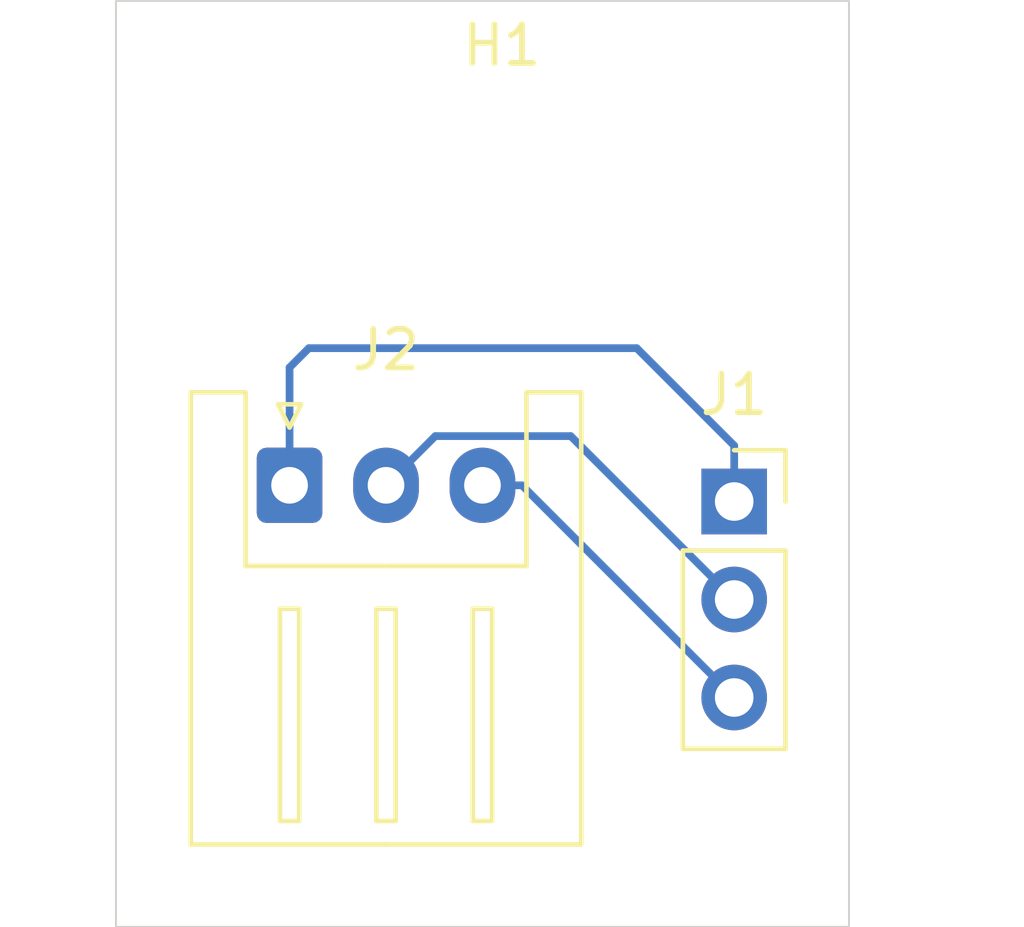
<source format=kicad_pcb>
(kicad_pcb (version 20241229) (generator "pcbnew") (generator_version "9.0")
  (layers (0 "F.Cu" signal) (2 "B.Cu" signal) (13 "F.Paste" user) (15 "B.Paste" user) (5 "F.SilkS" user "F.Silkscreen") (7 "B.SilkS" user "B.Silkscreen") (1 "F.Mask" user) (3 "B.Mask" user) (25 "Edge.Cuts" user))
  (net 0 "")
  (net 1 "GND")
  (net 2 "DATA")
  (net 3 "VCC")
  (footprint "MountingHole:MountingHole_3.2mm_M3_ISO7380" (layer "F.Cu") (at 104 63.5)
    (property "Reference" "H1" (at 0 -3.85 0) (layer "F.SilkS"))
    (property "Value" "MountingHole_3.2mm_M3_ISO7380")
    (pad "" np_thru_hole circle (at 0 0) (size 3.2 3.2) (drill 3.2) (layers "*.Cu" "*.Mask"))
  )
  (footprint "Connector_PinSocket_2.54mm:PinSocket_1x03_P2.54mm_Vertical" (layer "F.Cu") (at 110.025 71.475)
    (property "Reference" "J1" (at 0 -2.77 0) (layer "F.SilkS"))
    (property "Value" "Conn_01x03_Socket")
    (fp_line (start -1.33 1.27) (end -1.33 6.41) (stroke (width 0.12)) (layer "F.SilkS"))
    (fp_line (start -1.33 1.27) (end 1.33 1.27) (stroke (width 0.12)) (layer "F.SilkS"))
    (fp_line (start -1.33 6.41) (end 1.33 6.41) (stroke (width 0.12)) (layer "F.SilkS"))
    (fp_line (start 0 -1.33) (end 1.33 -1.33) (stroke (width 0.12)) (layer "F.SilkS"))
    (fp_line (start 1.33 -1.33) (end 1.33 0) (stroke (width 0.12)) (layer "F.SilkS"))
    (fp_line (start 1.33 1.27) (end 1.33 6.41) (stroke (width 0.12)) (layer "F.SilkS"))
    (pad "1" thru_hole rect (at 0 0) (size 1.7 1.7) (drill 1) (layers "*.Cu" "*.Mask") (net 3 "VCC"))
    (pad "2" thru_hole circle (at 0 2.54) (size 1.7 1.7) (drill 1) (layers "*.Cu" "*.Mask") (net 2 "DATA"))
    (pad "3" thru_hole circle (at 0 5.08) (size 1.7 1.7) (drill 1) (layers "*.Cu" "*.Mask") (net 1 "GND"))
  )
  (footprint "Connector_JST:JST_XH_S3B-XH-A_1x03_P2.50mm_Horizontal" (layer "F.Cu") (at 98.5 71.055)
    (property "Reference" "J2" (at 2.5 -3.51 0) (layer "F.SilkS"))
    (property "Value" "Conn_01x03")
    (fp_line (start -2.56 -2.41) (end -1.14 -2.41) (stroke (width 0.12)) (layer "F.SilkS"))
    (fp_line (start -2.56 9.31) (end -2.56 -2.41) (stroke (width 0.12)) (layer "F.SilkS"))
    (fp_line (start -1.14 -2.41) (end -1.14 2.09) (stroke (width 0.12)) (layer "F.SilkS"))
    (fp_line (start -1.14 2.09) (end 2.5 2.09) (stroke (width 0.12)) (layer "F.SilkS"))
    (fp_line (start -0.3 -2.1) (end 0.3 -2.1) (stroke (width 0.12)) (layer "F.SilkS"))
    (fp_line (start -0.25 3.2) (end -0.25 8.7) (stroke (width 0.12)) (layer "F.SilkS"))
    (fp_line (start -0.25 8.7) (end 0.25 8.7) (stroke (width 0.12)) (layer "F.SilkS"))
    (fp_line (start 0 -1.5) (end -0.3 -2.1) (stroke (width 0.12)) (layer "F.SilkS"))
    (fp_line (start 0.25 3.2) (end -0.25 3.2) (stroke (width 0.12)) (layer "F.SilkS"))
    (fp_line (start 0.25 8.7) (end 0.25 3.2) (stroke (width 0.12)) (layer "F.SilkS"))
    (fp_line (start 0.3 -2.1) (end 0 -1.5) (stroke (width 0.12)) (layer "F.SilkS"))
    (fp_line (start 2.25 3.2) (end 2.25 8.7) (stroke (width 0.12)) (layer "F.SilkS"))
    (fp_line (start 2.25 8.7) (end 2.75 8.7) (stroke (width 0.12)) (layer "F.SilkS"))
    (fp_line (start 2.5 9.31) (end -2.56 9.31) (stroke (width 0.12)) (layer "F.SilkS"))
    (fp_line (start 2.5 9.31) (end 7.56 9.31) (stroke (width 0.12)) (layer "F.SilkS"))
    (fp_line (start 2.75 3.2) (end 2.25 3.2) (stroke (width 0.12)) (layer "F.SilkS"))
    (fp_line (start 2.75 8.7) (end 2.75 3.2) (stroke (width 0.12)) (layer "F.SilkS"))
    (fp_line (start 4.75 3.2) (end 4.75 8.7) (stroke (width 0.12)) (layer "F.SilkS"))
    (fp_line (start 4.75 8.7) (end 5.25 8.7) (stroke (width 0.12)) (layer "F.SilkS"))
    (fp_line (start 5.25 3.2) (end 4.75 3.2) (stroke (width 0.12)) (layer "F.SilkS"))
    (fp_line (start 5.25 8.7) (end 5.25 3.2) (stroke (width 0.12)) (layer "F.SilkS"))
    (fp_line (start 6.14 -2.41) (end 6.14 2.09) (stroke (width 0.12)) (layer "F.SilkS"))
    (fp_line (start 6.14 2.09) (end 2.5 2.09) (stroke (width 0.12)) (layer "F.SilkS"))
    (fp_line (start 7.56 -2.41) (end 6.14 -2.41) (stroke (width 0.12)) (layer "F.SilkS"))
    (fp_line (start 7.56 9.31) (end 7.56 -2.41) (stroke (width 0.12)) (layer "F.SilkS"))
    (pad "1" thru_hole roundrect (at 0 0) (size 1.7 1.95) (drill 0.95) (layers "*.Cu" "*.Mask") (roundrect_rratio 0.147059) (net 3 "VCC"))
    (pad "2" thru_hole oval (at 2.5 0) (size 1.7 1.95) (drill 0.95) (layers "*.Cu" "*.Mask") (net 2 "DATA"))
    (pad "3" thru_hole oval (at 5 0) (size 1.7 1.95) (drill 0.95) (layers "*.Cu" "*.Mask") (net 1 "GND"))
  )
  (gr_rect (start 94 58.5) (end 113 82.5) (stroke (width 0.05)) (fill no) (layer "Edge.Cuts"))
  (segment (start 104.525 71.055) (end 110.025 76.555) (width 0.2) (layer "B.Cu") (net 1))
  (segment (start 103.5 71.055) (end 104.525 71.055) (width 0.2) (layer "B.Cu") (net 1))
  (segment (start 102.276 69.779) (end 105.789 69.779) (width 0.2) (layer "B.Cu") (net 2))
  (segment (start 101 71.055) (end 102.276 69.779) (width 0.2) (layer "B.Cu") (net 2))
  (segment (start 105.789 69.779) (end 110.025 74.015) (width 0.2) (layer "B.Cu") (net 2))
  (segment (start 98.5 68) (end 99 67.5) (width 0.2) (layer "B.Cu") (net 3))
  (segment (start 98.5 71.055) (end 98.5 68) (width 0.2) (layer "B.Cu") (net 3))
  (segment (start 99 67.5) (end 107.5 67.5) (width 0.2) (layer "B.Cu") (net 3))
  (segment (start 107.5 67.5) (end 110.025 70.025) (width 0.2) (layer "B.Cu") (net 3))
  (segment (start 110.025 70.025) (end 110.025 71.475) (width 0.2) (layer "B.Cu") (net 3))
)
</source>
